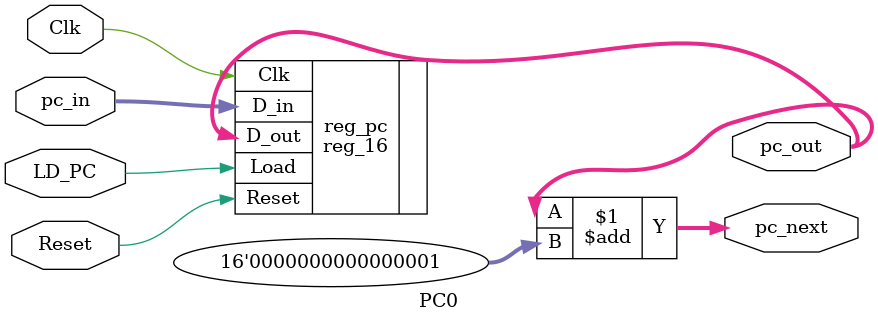
<source format=sv>
module PC0(input logic Clk, LD_PC, Reset,
					input logic [15:0] pc_in,
					output logic [15:0] pc_out, pc_next
);

reg_16 reg_pc(.Clk, .Reset, .Load(LD_PC), .D_in(pc_in), .D_out(pc_out));

assign pc_next = pc_out + 16'b0000000000000001;

endmodule

</source>
